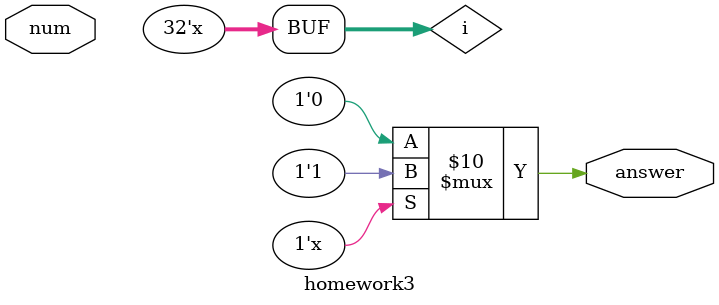
<source format=v>
`timescale 1ns / 1ps


module homework3(
    input num,
    output reg answer
    ); 
 
integer i = 1'd0;  

always @(*)
begin  
    if (num == 1)
        i = i+i+1;
    else
        i = i+i;
        
    if (i%5 == 0)
        answer = 1'b1;
    else
        answer = 1'b0;
end

endmodule

</source>
